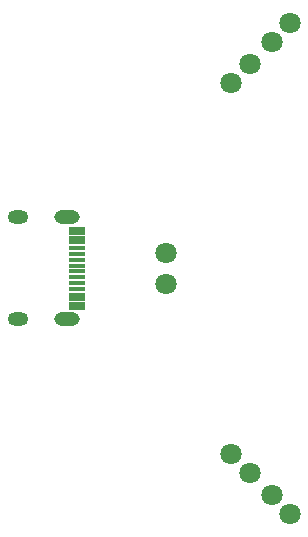
<source format=gbs>
G04*
G04 #@! TF.GenerationSoftware,Altium Limited,Altium Designer,21.8.1 (53)*
G04*
G04 Layer_Color=16711935*
%FSLAX44Y44*%
%MOMM*%
G71*
G04*
G04 #@! TF.SameCoordinates,A13A9599-9D59-4998-A3CA-6CFB5E3765DF*
G04*
G04*
G04 #@! TF.FilePolarity,Negative*
G04*
G01*
G75*
%ADD38C,1.8000*%
%ADD39C,0.1500*%
%ADD40O,1.7500X1.1500*%
%ADD41O,2.1500X1.1500*%
%ADD72R,1.3500X0.7500*%
%ADD73R,1.3500X0.4500*%
D38*
X698500Y636982D02*
D03*
Y663018D02*
D03*
X787896Y458551D02*
D03*
X769485Y476962D02*
D03*
X753601Y493199D02*
D03*
X803982Y442464D02*
D03*
Y857536D02*
D03*
X753601Y806801D02*
D03*
X769485Y823038D02*
D03*
X787896Y841449D02*
D03*
D39*
X609500Y621100D02*
D03*
Y678900D02*
D03*
D40*
X573000Y693200D02*
D03*
Y606800D02*
D03*
D41*
X614500Y693200D02*
D03*
Y606800D02*
D03*
D72*
X623250Y682000D02*
D03*
Y674000D02*
D03*
Y618000D02*
D03*
Y626000D02*
D03*
D73*
Y632500D02*
D03*
Y637500D02*
D03*
Y642500D02*
D03*
Y667500D02*
D03*
Y662500D02*
D03*
Y657500D02*
D03*
X623250Y647500D02*
D03*
Y652500D02*
D03*
M02*

</source>
